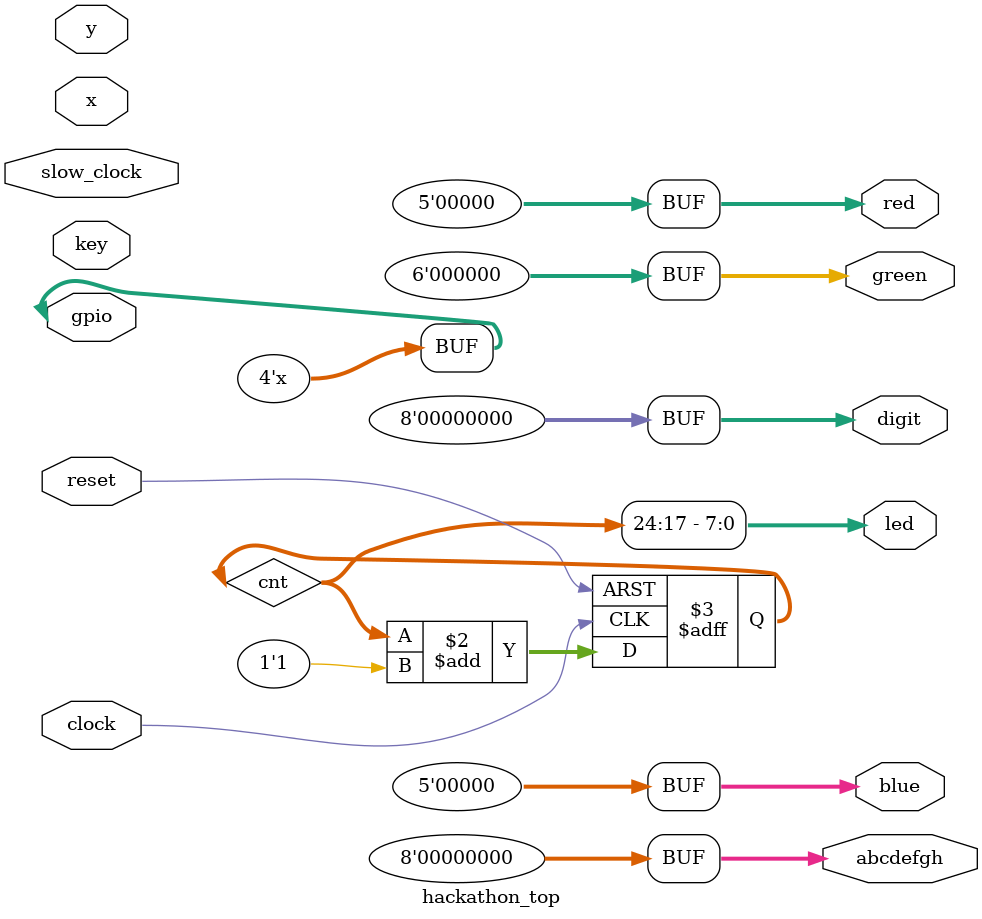
<source format=sv>

module hackathon_top
(
    input  logic       clock,
    input  logic       slow_clock,  // no se usa en este ejemplo
    input  logic       reset,

    input  logic [7:0] key,
    output logic [7:0] led,

    // Display 7 segmentos (no usado aquí)
    output logic [7:0] abcdefgh,
    output logic [7:0] digit,

    // Interfaz LCD (no usada aquí)
    input  logic [8:0] x,
    input  logic [8:0] y,
    output logic [4:0] red,
    output logic [5:0] green,
    output logic [4:0] blue,

    // GPIO (no usados aquí)
    inout  logic [3:0] gpio
);

    // ------------------------------------------------------------------------
    // Apagar periféricos que no usamos
    // ------------------------------------------------------------------------
    assign abcdefgh = 8'h00;
    assign digit    = 8'h00;

    assign red   = 5'h00;
    assign green = 6'h00;
    assign blue  = 5'h00;

    assign gpio  = 4'hz;   // Alta impedancia en GPIO

    // ------------------------------------------------------------------------
    // Ejemplo 1: Free-running binary counter
    //
    // Contador ancho que se incrementa en cada flanco de subida de "clock".
    // Los bits más altos del contador se envían a los LEDs.
    //
    // Cambiando qué bits se muestran, cambias la velocidad aparente de parpadeo.
    // ------------------------------------------------------------------------
    
    // Frecuencia aproximada del reloj de la Tang Nano 9K (MHz)
    localparam int CLK_MHZ = 27;

    // Número de bits suficiente para contar hasta 1 segundo:
    //  cnt_max ≈ CLK_MHZ * 1e6 → necesitamos clog2(cnt_max) bits
    localparam int W_CNT = $clog2(CLK_MHZ * 1_000_000);

    logic [W_CNT-1:0] cnt;

    // Contador binario libre
    always_ff @(posedge clock or posedge reset) begin
        if (reset)
            cnt <= '0;
        else
            cnt <= cnt + 1'b1;
    end

    // Mostrar los 8 bits más significativos del contador en los LEDs.
    // Esto hace que cada LED parpadee a una frecuencia distinta
    // (el MSB es el más lento).
    assign led = cnt[W_CNT-1 -: 8];

    // ------------------------------------------------------------------------
    // Ejemplo 2 (opcional): counter controlado por teclas
    //
    // - Comenta las líneas de "Ejemplo 1" (contadores/assign de arriba).
    // - Descomenta el bloque siguiente.
    // - El contador avanza sólo cuando se detecta un "pulso" de tecla.
    // ------------------------------------------------------------------------
    /*
    // Detectar si cualquier tecla está presionada
    wire any_key = |key;

    // Registro para detección de flanco
    logic any_key_r;

    always_ff @(posedge clock or posedge reset) begin
        if (reset)
            any_key_r <= 1'b0;
        else
            any_key_r <= any_key;
    end

    // Pulso de “transición” (aquí se detecta el flanco de liberación)
    wire any_key_pulse = ~any_key & any_key_r;

    // Contador de 8 bits controlado por teclas
    logic [7:0] cnt_key;

    always_ff @(posedge clock or posedge reset) begin
        if (reset)
            cnt_key <= 8'd0;
        else if (any_key_pulse)
            cnt_key <= cnt_key + 8'd1;
    end

    assign led = cnt_key;
    */

endmodule

</source>
